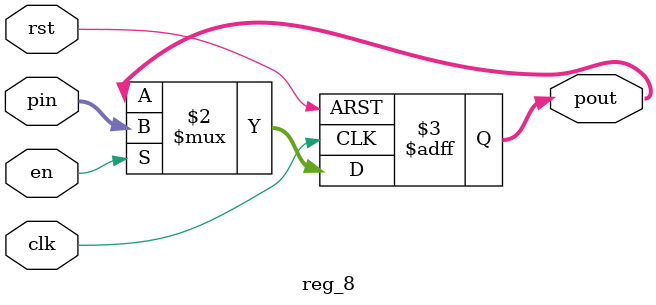
<source format=sv>
module reg_8(input clk, rst,en,input[7:0] pin, output logic[7:0] pout);

  always @(posedge clk, posedge rst) begin
    if(rst) pout <= 8'b0;
    else pout <= en ? pin : pout;
  end

endmodule
</source>
